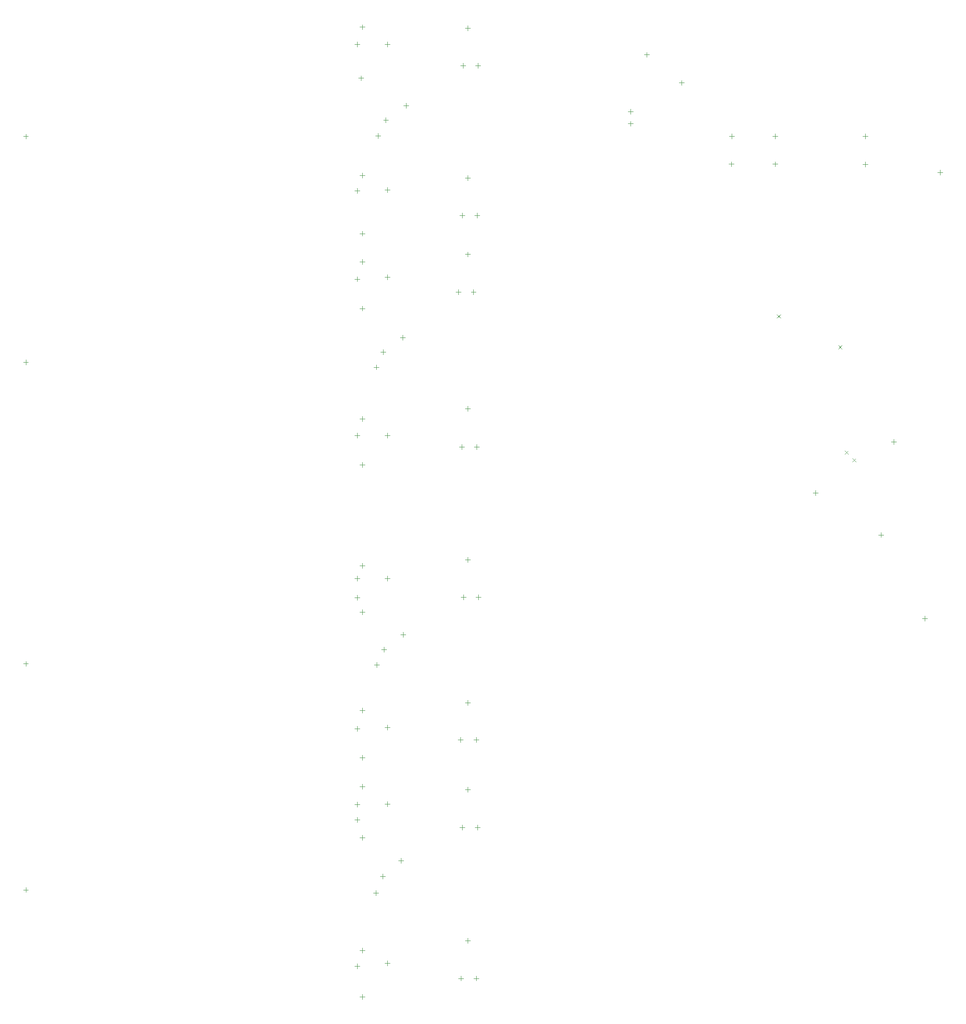
<source format=gbr>
%TF.GenerationSoftware,Altium Limited,Altium Designer,21.6.4 (81)*%
G04 Layer_Color=8388736*
%FSLAX43Y43*%
%MOMM*%
%TF.SameCoordinates,A962B9D3-E780-4B03-8A10-E236CC36F35F*%
%TF.FilePolarity,Positive*%
%TF.FileFunction,Other,Bottom_Component_Center*%
%TF.Part,Single*%
G01*
G75*
%TA.AperFunction,NonConductor*%
%ADD185C,0.100*%
D185*
X86525Y69900D02*
X87525D01*
X87025Y69400D02*
Y70400D01*
X88479Y72425D02*
Y73425D01*
X87979Y72925D02*
X88979D01*
X83625Y80400D02*
X84625D01*
X84125Y79900D02*
Y80900D01*
X86428Y129104D02*
X87428D01*
X86928Y128604D02*
Y129604D01*
X103237Y143584D02*
Y144584D01*
X102737Y144084D02*
X103737D01*
X198707Y167842D02*
X199707D01*
X199207Y167342D02*
Y168342D01*
X189450Y114276D02*
X190450D01*
X189950Y113776D02*
Y114776D01*
X173898Y104125D02*
X174898D01*
X174398Y103625D02*
Y104625D01*
X196150Y78600D02*
Y79600D01*
X195650Y79100D02*
X196650D01*
X106800Y54474D02*
Y55474D01*
X106300Y54974D02*
X107300D01*
X181752Y110272D02*
X182459Y110979D01*
X181752D02*
X182459Y110272D01*
X180228Y111796D02*
X180935Y112503D01*
X180228D02*
X180935Y111796D01*
X178958Y132751D02*
X179665Y133458D01*
X178958D02*
X179665Y132751D01*
X17125Y69599D02*
Y70599D01*
X16625Y70099D02*
X17625D01*
X87759Y132150D02*
X88759D01*
X88259Y131650D02*
Y132650D01*
X92185Y134494D02*
Y135494D01*
X91685Y134994D02*
X92685D01*
X92825Y180618D02*
Y181618D01*
X92325Y181118D02*
X93325D01*
X88325Y178273D02*
X89325D01*
X88825Y177773D02*
Y178773D01*
X92229Y75397D02*
Y76397D01*
X91729Y75897D02*
X92729D01*
X87699Y27775D02*
X88699D01*
X88199Y27275D02*
Y28275D01*
X91812Y30456D02*
Y31456D01*
X91312Y30956D02*
X92312D01*
X106355Y7529D02*
X107355D01*
X106855Y7029D02*
Y8029D01*
X106503Y159284D02*
X107503D01*
X107003Y158784D02*
Y159784D01*
X106675Y189075D02*
X107675D01*
X107175Y188575D02*
Y189575D01*
X106757Y83375D02*
X107757D01*
X107257Y82875D02*
Y83875D01*
X106400Y113203D02*
X107400D01*
X106900Y112703D02*
Y113703D01*
X105764Y144084D02*
X106764D01*
X106264Y143584D02*
Y144584D01*
X106600Y37548D02*
X107600D01*
X107100Y37048D02*
Y38048D01*
X104257Y82875D02*
Y83875D01*
X103757Y83375D02*
X104757D01*
X82625Y39045D02*
X83625D01*
X83125Y38545D02*
Y39545D01*
X83625Y3829D02*
X84625D01*
X84125Y3329D02*
Y4329D01*
Y12600D02*
Y13600D01*
X83625Y13100D02*
X84625D01*
X83125Y9425D02*
Y10425D01*
X82625Y9925D02*
X83625D01*
X89125Y10060D02*
Y11060D01*
X88625Y10560D02*
X89625D01*
X103293Y7529D02*
X104293D01*
X103793Y7029D02*
Y8029D01*
X104625Y15022D02*
X105625D01*
X105125Y14522D02*
Y15522D01*
X82625Y57161D02*
X83625D01*
X83125Y56661D02*
Y57661D01*
X84125Y50946D02*
Y51946D01*
X83625Y51446D02*
X84625D01*
X89125Y56915D02*
Y57915D01*
X88625Y57415D02*
X89625D01*
X84125Y60344D02*
Y61344D01*
X83625Y60844D02*
X84625D01*
X103200Y54974D02*
X104200D01*
X103700Y54474D02*
Y55474D01*
X105125Y61840D02*
Y62840D01*
X104625Y62340D02*
X105625D01*
X83625Y45649D02*
X84625D01*
X84125Y45149D02*
Y46149D01*
Y34989D02*
Y35989D01*
X83625Y35489D02*
X84625D01*
X82625Y42093D02*
X83625D01*
X83125Y41593D02*
Y42593D01*
X105125Y120323D02*
Y121323D01*
X104625Y120823D02*
X105625D01*
X103975Y112703D02*
Y113703D01*
X103475Y113203D02*
X104475D01*
X137580Y179459D02*
Y180459D01*
X137080Y179959D02*
X138080D01*
X137580Y177046D02*
Y178046D01*
X137080Y177546D02*
X138080D01*
X87257Y174610D02*
Y175610D01*
X86757Y175110D02*
X87757D01*
X86817Y24000D02*
Y25000D01*
X86317Y24500D02*
X87317D01*
X166721Y138871D02*
X167429Y139579D01*
X166721D02*
X167429Y138871D01*
X166375Y169000D02*
Y170000D01*
X165875Y169500D02*
X166875D01*
X157150D02*
X158150D01*
X157650Y169000D02*
Y170000D01*
X183800Y169450D02*
X184800D01*
X184300Y168950D02*
Y169950D01*
X140255Y191262D02*
X141255D01*
X140755Y190762D02*
Y191762D01*
X147240Y185674D02*
X148240D01*
X147740Y185174D02*
Y186174D01*
X103503Y159284D02*
X104503D01*
X104003Y158784D02*
Y159784D01*
X88625Y164384D02*
X89625D01*
X89125Y163884D02*
Y164884D01*
X82625Y164207D02*
X83625D01*
X83125Y163707D02*
Y164707D01*
X17125Y174506D02*
Y175506D01*
X16625Y175006D02*
X17625D01*
X17125Y129559D02*
Y130559D01*
X16625Y130059D02*
X17625D01*
X82625Y83244D02*
X83625D01*
X83125Y82744D02*
Y83744D01*
X17125Y24637D02*
Y25637D01*
X16625Y25137D02*
X17625D01*
X104175Y188575D02*
Y189575D01*
X103675Y189075D02*
X104675D01*
X89125Y192831D02*
Y193831D01*
X88625Y193331D02*
X89625D01*
X88625Y87047D02*
X89625D01*
X89125Y86547D02*
Y87547D01*
X82625Y193331D02*
X83625D01*
X83125Y192831D02*
Y193831D01*
X82625Y87047D02*
X83625D01*
X83125Y86547D02*
Y87547D01*
X88625Y115525D02*
X89625D01*
X89125Y115025D02*
Y116025D01*
X82625Y115525D02*
X83625D01*
X83125Y115025D02*
Y116025D01*
X104056Y37048D02*
Y38048D01*
X103556Y37548D02*
X104556D01*
X88625Y42207D02*
X89625D01*
X89125Y41707D02*
Y42707D01*
X88625Y147016D02*
X89625D01*
X89125Y146516D02*
Y147516D01*
X82625Y146635D02*
X83625D01*
X83125Y146135D02*
Y147135D01*
X83625Y155694D02*
X84625D01*
X84125Y155194D02*
Y156194D01*
X83625Y167255D02*
X84625D01*
X84125Y166755D02*
Y167755D01*
X104625Y166777D02*
X105625D01*
X105125Y166277D02*
Y167277D01*
X83875Y186100D02*
Y187100D01*
X83375Y186600D02*
X84375D01*
X83625Y196760D02*
X84625D01*
X84125Y196260D02*
Y197260D01*
X83625Y89602D02*
X84625D01*
X84125Y89102D02*
Y90102D01*
X104625Y196576D02*
X105625D01*
X105125Y196076D02*
Y197076D01*
X104625Y90816D02*
X105625D01*
X105125Y90316D02*
Y91316D01*
X83625Y109683D02*
X84625D01*
X84125Y109183D02*
Y110183D01*
X83625Y118827D02*
X84625D01*
X84125Y118327D02*
Y119327D01*
X83625Y140793D02*
X84625D01*
X84125Y140293D02*
Y141293D01*
X83625Y150064D02*
X84625D01*
X84125Y149564D02*
Y150564D01*
X104625Y151552D02*
X105625D01*
X105125Y151052D02*
Y152052D01*
X104625Y45071D02*
X105625D01*
X105125Y44571D02*
Y45571D01*
X166375Y174557D02*
Y175557D01*
X165875Y175057D02*
X166875D01*
X157725Y174557D02*
Y175557D01*
X157225Y175057D02*
X158225D01*
X184300Y174557D02*
Y175557D01*
X183800Y175057D02*
X184800D01*
X187450Y95250D02*
Y96250D01*
X186950Y95750D02*
X187950D01*
%TF.MD5,f2be5f356754e07e84f38df07f83d96c*%
M02*

</source>
